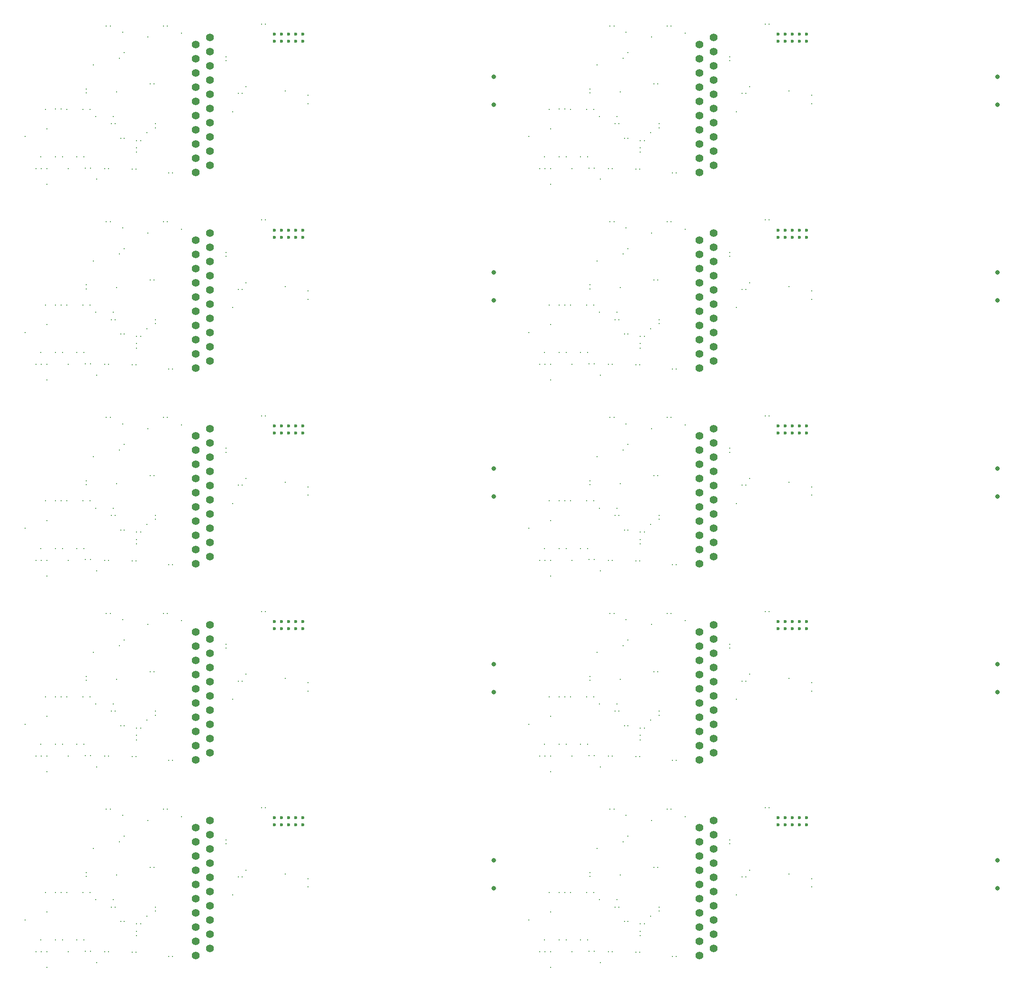
<source format=gbr>
*
%FSLAX26Y26*%
%MOIN*%
%ADD10C,0.011811*%
%ADD11C,0.023622*%
%ADD12C,0.031496*%
%ADD13C,0.055118*%
%IPPOS*%
%LNpth.gbr*%
%LPD*%
G75*
G54D10*
X02314961Y01141731D03*
X01118111Y00909441D03*
X01090551D03*
X01484261Y01598421D03*
X01456701D03*
X01055121D03*
X01082681D03*
X01401581Y00909441D03*
Y00881881D03*
X01267721Y00740151D03*
Y00708661D03*
Y00791331D03*
X01295281D03*
X01984261Y01122041D03*
X02011811D03*
X01519691Y00562991D03*
X01492131D03*
X02145671Y01610231D03*
X02173231D03*
X01362211Y01188971D03*
X01389771D03*
X01897641Y01381881D03*
Y01354331D03*
X00913391Y01153541D03*
Y01125981D03*
X01236221Y00590551D03*
X01263781D03*
X01043311Y00594481D03*
X01070871D03*
X01581891Y01546451D03*
X01168511Y01554331D03*
X01157481Y00807081D03*
X01181111D03*
X00988191Y00518701D03*
X00484261Y00818891D03*
X00594491Y00677161D03*
X00637801Y00874011D03*
X01346461Y01519681D03*
X01125991Y01133851D03*
X00964571Y01322831D03*
X02035441Y01169291D03*
X01181111Y01409441D03*
X00845481Y00677161D03*
X01145671Y01370071D03*
X00895671Y00677161D03*
X00889771Y01011811D03*
X00905521Y00598421D03*
X00695481Y00677551D03*
X00775591Y01011811D03*
X00787411Y00594481D03*
X00737601Y01012401D03*
X00637801Y00594481D03*
X00625991Y01011811D03*
X01102371Y00960621D03*
X00980321D03*
X00559061Y00594481D03*
X02472441Y01051181D03*
X00695481Y01012201D03*
X00598431Y00594481D03*
X02472441Y01110231D03*
X00940951Y01011811D03*
X00944891Y00598421D03*
X01341541Y00846451D03*
X01942921Y00994091D03*
X00637801Y00484251D03*
X00745481Y00677751D03*
G54D11*
X02236621Y01539171D03*
Y01489171D03*
X02286621Y01539171D03*
Y01489171D03*
X02336621Y01539171D03*
Y01489171D03*
X02386621Y01539171D03*
Y01489171D03*
X02436621Y01539171D03*
Y01489171D03*
G54D12*
X03779531Y01043301D03*
Y01240151D03*
G54D13*
X01782291Y01518301D03*
X01682291Y01468301D03*
X01782291Y01418301D03*
X01682291Y01368301D03*
X01782291Y01318301D03*
X01682291Y01268301D03*
X01782291Y01218301D03*
X01682291Y01168301D03*
X01782291Y01118301D03*
X01682291Y01068301D03*
X01782291Y01018301D03*
X01682291Y00968301D03*
X01782291Y00918301D03*
X01682291Y00868301D03*
X01782291Y00818301D03*
X01682291Y00768301D03*
X01782291Y00718301D03*
X01682291Y00668301D03*
X01782291Y00618301D03*
X01682291Y00568301D03*
G54D10*
X02314961Y02519684D03*
X01118111Y02287394D03*
X01090551D03*
X01484261Y02976374D03*
X01456701D03*
X01055121D03*
X01082681D03*
X01401581Y02287394D03*
Y02259834D03*
X01267721Y02118104D03*
Y02086614D03*
Y02169284D03*
X01295281D03*
X01984261Y02499994D03*
X02011811D03*
X01519691Y01940944D03*
X01492131D03*
X02145671Y02988184D03*
X02173231D03*
X01362211Y02566924D03*
X01389771D03*
X01897641Y02759834D03*
Y02732284D03*
X00913391Y02531494D03*
Y02503934D03*
X01236221Y01968504D03*
X01263781D03*
X01043311Y01972434D03*
X01070871D03*
X01581891Y02924404D03*
X01168511Y02932284D03*
X01157481Y02185034D03*
X01181111D03*
X00988191Y01896654D03*
X00484261Y02196844D03*
X00594491Y02055114D03*
X00637801Y02251964D03*
X01346461Y02897634D03*
X01125991Y02511804D03*
X00964571Y02700784D03*
X02035441Y02547244D03*
X01181111Y02787394D03*
X00845481Y02055114D03*
X01145671Y02748024D03*
X00895671Y02055114D03*
X00889771Y02389764D03*
X00905521Y01976374D03*
X00695481Y02055504D03*
X00775591Y02389764D03*
X00787411Y01972434D03*
X00737601Y02390354D03*
X00637801Y01972434D03*
X00625991Y02389764D03*
X01102371Y02338574D03*
X00980321D03*
X00559061Y01972434D03*
X02472441Y02429134D03*
X00695481Y02390154D03*
X00598431Y01972434D03*
X02472441Y02488184D03*
X00940951Y02389764D03*
X00944891Y01976374D03*
X01341541Y02224404D03*
X01942921Y02372044D03*
X00637801Y01862204D03*
X00745481Y02055704D03*
G54D11*
X02236621Y02917124D03*
Y02867124D03*
X02286621Y02917124D03*
Y02867124D03*
X02336621Y02917124D03*
Y02867124D03*
X02386621Y02917124D03*
Y02867124D03*
X02436621Y02917124D03*
Y02867124D03*
G54D12*
X03779531Y02421254D03*
Y02618104D03*
G54D13*
X01782291Y02896254D03*
X01682291Y02846254D03*
X01782291Y02796254D03*
X01682291Y02746254D03*
X01782291Y02696254D03*
X01682291Y02646254D03*
X01782291Y02596254D03*
X01682291Y02546254D03*
X01782291Y02496254D03*
X01682291Y02446254D03*
X01782291Y02396254D03*
X01682291Y02346254D03*
X01782291Y02296254D03*
X01682291Y02246254D03*
X01782291Y02196254D03*
X01682291Y02146254D03*
X01782291Y02096254D03*
X01682291Y02046254D03*
X01782291Y01996254D03*
X01682291Y01946254D03*
G54D10*
X02314961Y03897636D03*
X01118111Y03665346D03*
X01090551D03*
X01484261Y04354326D03*
X01456701D03*
X01055121D03*
X01082681D03*
X01401581Y03665346D03*
Y03637786D03*
X01267721Y03496056D03*
Y03464566D03*
Y03547236D03*
X01295281D03*
X01984261Y03877946D03*
X02011811D03*
X01519691Y03318896D03*
X01492131D03*
X02145671Y04366136D03*
X02173231D03*
X01362211Y03944876D03*
X01389771D03*
X01897641Y04137786D03*
Y04110236D03*
X00913391Y03909446D03*
Y03881886D03*
X01236221Y03346456D03*
X01263781D03*
X01043311Y03350386D03*
X01070871D03*
X01581891Y04302356D03*
X01168511Y04310236D03*
X01157481Y03562986D03*
X01181111D03*
X00988191Y03274606D03*
X00484261Y03574796D03*
X00594491Y03433066D03*
X00637801Y03629916D03*
X01346461Y04275586D03*
X01125991Y03889756D03*
X00964571Y04078736D03*
X02035441Y03925196D03*
X01181111Y04165346D03*
X00845481Y03433066D03*
X01145671Y04125976D03*
X00895671Y03433066D03*
X00889771Y03767716D03*
X00905521Y03354326D03*
X00695481Y03433456D03*
X00775591Y03767716D03*
X00787411Y03350386D03*
X00737601Y03768306D03*
X00637801Y03350386D03*
X00625991Y03767716D03*
X01102371Y03716526D03*
X00980321D03*
X00559061Y03350386D03*
X02472441Y03807086D03*
X00695481Y03768106D03*
X00598431Y03350386D03*
X02472441Y03866136D03*
X00940951Y03767716D03*
X00944891Y03354326D03*
X01341541Y03602356D03*
X01942921Y03749996D03*
X00637801Y03240156D03*
X00745481Y03433656D03*
G54D11*
X02236621Y04295076D03*
Y04245076D03*
X02286621Y04295076D03*
Y04245076D03*
X02336621Y04295076D03*
Y04245076D03*
X02386621Y04295076D03*
Y04245076D03*
X02436621Y04295076D03*
Y04245076D03*
G54D12*
X03779531Y03799206D03*
Y03996056D03*
G54D13*
X01782291Y04274206D03*
X01682291Y04224206D03*
X01782291Y04174206D03*
X01682291Y04124206D03*
X01782291Y04074206D03*
X01682291Y04024206D03*
X01782291Y03974206D03*
X01682291Y03924206D03*
X01782291Y03874206D03*
X01682291Y03824206D03*
X01782291Y03774206D03*
X01682291Y03724206D03*
X01782291Y03674206D03*
X01682291Y03624206D03*
X01782291Y03574206D03*
X01682291Y03524206D03*
X01782291Y03474206D03*
X01682291Y03424206D03*
X01782291Y03374206D03*
X01682291Y03324206D03*
G54D10*
X02314961Y05275589D03*
X01118111Y05043299D03*
X01090551D03*
X01484261Y05732279D03*
X01456701D03*
X01055121D03*
X01082681D03*
X01401581Y05043299D03*
Y05015739D03*
X01267721Y04874009D03*
Y04842519D03*
Y04925189D03*
X01295281D03*
X01984261Y05255899D03*
X02011811D03*
X01519691Y04696849D03*
X01492131D03*
X02145671Y05744089D03*
X02173231D03*
X01362211Y05322829D03*
X01389771D03*
X01897641Y05515739D03*
Y05488189D03*
X00913391Y05287399D03*
Y05259839D03*
X01236221Y04724409D03*
X01263781D03*
X01043311Y04728339D03*
X01070871D03*
X01581891Y05680309D03*
X01168511Y05688189D03*
X01157481Y04940939D03*
X01181111D03*
X00988191Y04652559D03*
X00484261Y04952749D03*
X00594491Y04811019D03*
X00637801Y05007869D03*
X01346461Y05653539D03*
X01125991Y05267709D03*
X00964571Y05456689D03*
X02035441Y05303149D03*
X01181111Y05543299D03*
X00845481Y04811019D03*
X01145671Y05503929D03*
X00895671Y04811019D03*
X00889771Y05145669D03*
X00905521Y04732279D03*
X00695481Y04811409D03*
X00775591Y05145669D03*
X00787411Y04728339D03*
X00737601Y05146259D03*
X00637801Y04728339D03*
X00625991Y05145669D03*
X01102371Y05094479D03*
X00980321D03*
X00559061Y04728339D03*
X02472441Y05185039D03*
X00695481Y05146059D03*
X00598431Y04728339D03*
X02472441Y05244089D03*
X00940951Y05145669D03*
X00944891Y04732279D03*
X01341541Y04980309D03*
X01942921Y05127949D03*
X00637801Y04618109D03*
X00745481Y04811609D03*
G54D11*
X02236621Y05673029D03*
Y05623029D03*
X02286621Y05673029D03*
Y05623029D03*
X02336621Y05673029D03*
Y05623029D03*
X02386621Y05673029D03*
Y05623029D03*
X02436621Y05673029D03*
Y05623029D03*
G54D12*
X03779531Y05177159D03*
Y05374009D03*
G54D13*
X01782291Y05652159D03*
X01682291Y05602159D03*
X01782291Y05552159D03*
X01682291Y05502159D03*
X01782291Y05452159D03*
X01682291Y05402159D03*
X01782291Y05352159D03*
X01682291Y05302159D03*
X01782291Y05252159D03*
X01682291Y05202159D03*
X01782291Y05152159D03*
X01682291Y05102159D03*
X01782291Y05052159D03*
X01682291Y05002159D03*
X01782291Y04952159D03*
X01682291Y04902159D03*
X01782291Y04852159D03*
X01682291Y04802159D03*
X01782291Y04752159D03*
X01682291Y04702159D03*
G54D10*
X02314961Y06653542D03*
X01118111Y06421252D03*
X01090551D03*
X01484261Y07110232D03*
X01456701D03*
X01055121D03*
X01082681D03*
X01401581Y06421252D03*
Y06393692D03*
X01267721Y06251962D03*
Y06220472D03*
Y06303142D03*
X01295281D03*
X01984261Y06633852D03*
X02011811D03*
X01519691Y06074802D03*
X01492131D03*
X02145671Y07122042D03*
X02173231D03*
X01362211Y06700782D03*
X01389771D03*
X01897641Y06893692D03*
Y06866142D03*
X00913391Y06665352D03*
Y06637792D03*
X01236221Y06102362D03*
X01263781D03*
X01043311Y06106292D03*
X01070871D03*
X01581891Y07058262D03*
X01168511Y07066142D03*
X01157481Y06318892D03*
X01181111D03*
X00988191Y06030512D03*
X00484261Y06330702D03*
X00594491Y06188972D03*
X00637801Y06385822D03*
X01346461Y07031492D03*
X01125991Y06645662D03*
X00964571Y06834642D03*
X02035441Y06681102D03*
X01181111Y06921252D03*
X00845481Y06188972D03*
X01145671Y06881882D03*
X00895671Y06188972D03*
X00889771Y06523622D03*
X00905521Y06110232D03*
X00695481Y06189362D03*
X00775591Y06523622D03*
X00787411Y06106292D03*
X00737601Y06524212D03*
X00637801Y06106292D03*
X00625991Y06523622D03*
X01102371Y06472432D03*
X00980321D03*
X00559061Y06106292D03*
X02472441Y06562992D03*
X00695481Y06524012D03*
X00598431Y06106292D03*
X02472441Y06622042D03*
X00940951Y06523622D03*
X00944891Y06110232D03*
X01341541Y06358262D03*
X01942921Y06505902D03*
X00637801Y05996062D03*
X00745481Y06189562D03*
G54D11*
X02236621Y07050982D03*
Y07000982D03*
X02286621Y07050982D03*
Y07000982D03*
X02336621Y07050982D03*
Y07000982D03*
X02386621Y07050982D03*
Y07000982D03*
X02436621Y07050982D03*
Y07000982D03*
G54D12*
X03779531Y06555112D03*
Y06751962D03*
G54D13*
X01782291Y07030112D03*
X01682291Y06980112D03*
X01782291Y06930112D03*
X01682291Y06880112D03*
X01782291Y06830112D03*
X01682291Y06780112D03*
X01782291Y06730112D03*
X01682291Y06680112D03*
X01782291Y06630112D03*
X01682291Y06580112D03*
X01782291Y06530112D03*
X01682291Y06480112D03*
X01782291Y06430112D03*
X01682291Y06380112D03*
X01782291Y06330112D03*
X01682291Y06280112D03*
X01782291Y06230112D03*
X01682291Y06180112D03*
X01782291Y06130112D03*
X01682291Y06080112D03*
G54D10*
X05858268Y01141731D03*
X04661418Y00909441D03*
X04633858D03*
X05027568Y01598421D03*
X05000008D03*
X04598428D03*
X04625988D03*
X04944888Y00909441D03*
Y00881881D03*
X04811028Y00740151D03*
Y00708661D03*
Y00791331D03*
X04838588D03*
X05527568Y01122041D03*
X05555118D03*
X05062998Y00562991D03*
X05035438D03*
X05688978Y01610231D03*
X05716538D03*
X04905518Y01188971D03*
X04933078D03*
X05440948Y01381881D03*
Y01354331D03*
X04456698Y01153541D03*
Y01125981D03*
X04779528Y00590551D03*
X04807088D03*
X04586618Y00594481D03*
X04614178D03*
X05125198Y01546451D03*
X04711818Y01554331D03*
X04700788Y00807081D03*
X04724418D03*
X04531498Y00518701D03*
X04027568Y00818891D03*
X04137798Y00677161D03*
X04181108Y00874011D03*
X04889768Y01519681D03*
X04669298Y01133851D03*
X04507878Y01322831D03*
X05578748Y01169291D03*
X04724418Y01409441D03*
X04388788Y00677161D03*
X04688978Y01370071D03*
X04438978Y00677161D03*
X04433078Y01011811D03*
X04448828Y00598421D03*
X04238788Y00677551D03*
X04318898Y01011811D03*
X04330718Y00594481D03*
X04280908Y01012401D03*
X04181108Y00594481D03*
X04169298Y01011811D03*
X04645678Y00960621D03*
X04523628D03*
X04102368Y00594481D03*
X06015748Y01051181D03*
X04238788Y01012201D03*
X04141738Y00594481D03*
X06015748Y01110231D03*
X04484258Y01011811D03*
X04488198Y00598421D03*
X04884848Y00846451D03*
X05486228Y00994091D03*
X04181108Y00484251D03*
X04288788Y00677751D03*
G54D11*
X05779928Y01539171D03*
Y01489171D03*
X05829928Y01539171D03*
Y01489171D03*
X05879928Y01539171D03*
Y01489171D03*
X05929928Y01539171D03*
Y01489171D03*
X05979928Y01539171D03*
Y01489171D03*
G54D12*
X07322838Y01043301D03*
Y01240151D03*
G54D13*
X05325598Y01518301D03*
X05225598Y01468301D03*
X05325598Y01418301D03*
X05225598Y01368301D03*
X05325598Y01318301D03*
X05225598Y01268301D03*
X05325598Y01218301D03*
X05225598Y01168301D03*
X05325598Y01118301D03*
X05225598Y01068301D03*
X05325598Y01018301D03*
X05225598Y00968301D03*
X05325598Y00918301D03*
X05225598Y00868301D03*
X05325598Y00818301D03*
X05225598Y00768301D03*
X05325598Y00718301D03*
X05225598Y00668301D03*
X05325598Y00618301D03*
X05225598Y00568301D03*
G54D10*
X05858268Y02519684D03*
X04661418Y02287394D03*
X04633858D03*
X05027568Y02976374D03*
X05000008D03*
X04598428D03*
X04625988D03*
X04944888Y02287394D03*
Y02259834D03*
X04811028Y02118104D03*
Y02086614D03*
Y02169284D03*
X04838588D03*
X05527568Y02499994D03*
X05555118D03*
X05062998Y01940944D03*
X05035438D03*
X05688978Y02988184D03*
X05716538D03*
X04905518Y02566924D03*
X04933078D03*
X05440948Y02759834D03*
Y02732284D03*
X04456698Y02531494D03*
Y02503934D03*
X04779528Y01968504D03*
X04807088D03*
X04586618Y01972434D03*
X04614178D03*
X05125198Y02924404D03*
X04711818Y02932284D03*
X04700788Y02185034D03*
X04724418D03*
X04531498Y01896654D03*
X04027568Y02196844D03*
X04137798Y02055114D03*
X04181108Y02251964D03*
X04889768Y02897634D03*
X04669298Y02511804D03*
X04507878Y02700784D03*
X05578748Y02547244D03*
X04724418Y02787394D03*
X04388788Y02055114D03*
X04688978Y02748024D03*
X04438978Y02055114D03*
X04433078Y02389764D03*
X04448828Y01976374D03*
X04238788Y02055504D03*
X04318898Y02389764D03*
X04330718Y01972434D03*
X04280908Y02390354D03*
X04181108Y01972434D03*
X04169298Y02389764D03*
X04645678Y02338574D03*
X04523628D03*
X04102368Y01972434D03*
X06015748Y02429134D03*
X04238788Y02390154D03*
X04141738Y01972434D03*
X06015748Y02488184D03*
X04484258Y02389764D03*
X04488198Y01976374D03*
X04884848Y02224404D03*
X05486228Y02372044D03*
X04181108Y01862204D03*
X04288788Y02055704D03*
G54D11*
X05779928Y02917124D03*
Y02867124D03*
X05829928Y02917124D03*
Y02867124D03*
X05879928Y02917124D03*
Y02867124D03*
X05929928Y02917124D03*
Y02867124D03*
X05979928Y02917124D03*
Y02867124D03*
G54D12*
X07322838Y02421254D03*
Y02618104D03*
G54D13*
X05325598Y02896254D03*
X05225598Y02846254D03*
X05325598Y02796254D03*
X05225598Y02746254D03*
X05325598Y02696254D03*
X05225598Y02646254D03*
X05325598Y02596254D03*
X05225598Y02546254D03*
X05325598Y02496254D03*
X05225598Y02446254D03*
X05325598Y02396254D03*
X05225598Y02346254D03*
X05325598Y02296254D03*
X05225598Y02246254D03*
X05325598Y02196254D03*
X05225598Y02146254D03*
X05325598Y02096254D03*
X05225598Y02046254D03*
X05325598Y01996254D03*
X05225598Y01946254D03*
G54D10*
X05858268Y03897636D03*
X04661418Y03665346D03*
X04633858D03*
X05027568Y04354326D03*
X05000008D03*
X04598428D03*
X04625988D03*
X04944888Y03665346D03*
Y03637786D03*
X04811028Y03496056D03*
Y03464566D03*
Y03547236D03*
X04838588D03*
X05527568Y03877946D03*
X05555118D03*
X05062998Y03318896D03*
X05035438D03*
X05688978Y04366136D03*
X05716538D03*
X04905518Y03944876D03*
X04933078D03*
X05440948Y04137786D03*
Y04110236D03*
X04456698Y03909446D03*
Y03881886D03*
X04779528Y03346456D03*
X04807088D03*
X04586618Y03350386D03*
X04614178D03*
X05125198Y04302356D03*
X04711818Y04310236D03*
X04700788Y03562986D03*
X04724418D03*
X04531498Y03274606D03*
X04027568Y03574796D03*
X04137798Y03433066D03*
X04181108Y03629916D03*
X04889768Y04275586D03*
X04669298Y03889756D03*
X04507878Y04078736D03*
X05578748Y03925196D03*
X04724418Y04165346D03*
X04388788Y03433066D03*
X04688978Y04125976D03*
X04438978Y03433066D03*
X04433078Y03767716D03*
X04448828Y03354326D03*
X04238788Y03433456D03*
X04318898Y03767716D03*
X04330718Y03350386D03*
X04280908Y03768306D03*
X04181108Y03350386D03*
X04169298Y03767716D03*
X04645678Y03716526D03*
X04523628D03*
X04102368Y03350386D03*
X06015748Y03807086D03*
X04238788Y03768106D03*
X04141738Y03350386D03*
X06015748Y03866136D03*
X04484258Y03767716D03*
X04488198Y03354326D03*
X04884848Y03602356D03*
X05486228Y03749996D03*
X04181108Y03240156D03*
X04288788Y03433656D03*
G54D11*
X05779928Y04295076D03*
Y04245076D03*
X05829928Y04295076D03*
Y04245076D03*
X05879928Y04295076D03*
Y04245076D03*
X05929928Y04295076D03*
Y04245076D03*
X05979928Y04295076D03*
Y04245076D03*
G54D12*
X07322838Y03799206D03*
Y03996056D03*
G54D13*
X05325598Y04274206D03*
X05225598Y04224206D03*
X05325598Y04174206D03*
X05225598Y04124206D03*
X05325598Y04074206D03*
X05225598Y04024206D03*
X05325598Y03974206D03*
X05225598Y03924206D03*
X05325598Y03874206D03*
X05225598Y03824206D03*
X05325598Y03774206D03*
X05225598Y03724206D03*
X05325598Y03674206D03*
X05225598Y03624206D03*
X05325598Y03574206D03*
X05225598Y03524206D03*
X05325598Y03474206D03*
X05225598Y03424206D03*
X05325598Y03374206D03*
X05225598Y03324206D03*
G54D10*
X05858268Y05275589D03*
X04661418Y05043299D03*
X04633858D03*
X05027568Y05732279D03*
X05000008D03*
X04598428D03*
X04625988D03*
X04944888Y05043299D03*
Y05015739D03*
X04811028Y04874009D03*
Y04842519D03*
Y04925189D03*
X04838588D03*
X05527568Y05255899D03*
X05555118D03*
X05062998Y04696849D03*
X05035438D03*
X05688978Y05744089D03*
X05716538D03*
X04905518Y05322829D03*
X04933078D03*
X05440948Y05515739D03*
Y05488189D03*
X04456698Y05287399D03*
Y05259839D03*
X04779528Y04724409D03*
X04807088D03*
X04586618Y04728339D03*
X04614178D03*
X05125198Y05680309D03*
X04711818Y05688189D03*
X04700788Y04940939D03*
X04724418D03*
X04531498Y04652559D03*
X04027568Y04952749D03*
X04137798Y04811019D03*
X04181108Y05007869D03*
X04889768Y05653539D03*
X04669298Y05267709D03*
X04507878Y05456689D03*
X05578748Y05303149D03*
X04724418Y05543299D03*
X04388788Y04811019D03*
X04688978Y05503929D03*
X04438978Y04811019D03*
X04433078Y05145669D03*
X04448828Y04732279D03*
X04238788Y04811409D03*
X04318898Y05145669D03*
X04330718Y04728339D03*
X04280908Y05146259D03*
X04181108Y04728339D03*
X04169298Y05145669D03*
X04645678Y05094479D03*
X04523628D03*
X04102368Y04728339D03*
X06015748Y05185039D03*
X04238788Y05146059D03*
X04141738Y04728339D03*
X06015748Y05244089D03*
X04484258Y05145669D03*
X04488198Y04732279D03*
X04884848Y04980309D03*
X05486228Y05127949D03*
X04181108Y04618109D03*
X04288788Y04811609D03*
G54D11*
X05779928Y05673029D03*
Y05623029D03*
X05829928Y05673029D03*
Y05623029D03*
X05879928Y05673029D03*
Y05623029D03*
X05929928Y05673029D03*
Y05623029D03*
X05979928Y05673029D03*
Y05623029D03*
G54D12*
X07322838Y05177159D03*
Y05374009D03*
G54D13*
X05325598Y05652159D03*
X05225598Y05602159D03*
X05325598Y05552159D03*
X05225598Y05502159D03*
X05325598Y05452159D03*
X05225598Y05402159D03*
X05325598Y05352159D03*
X05225598Y05302159D03*
X05325598Y05252159D03*
X05225598Y05202159D03*
X05325598Y05152159D03*
X05225598Y05102159D03*
X05325598Y05052159D03*
X05225598Y05002159D03*
X05325598Y04952159D03*
X05225598Y04902159D03*
X05325598Y04852159D03*
X05225598Y04802159D03*
X05325598Y04752159D03*
X05225598Y04702159D03*
G54D10*
X05858268Y06653542D03*
X04661418Y06421252D03*
X04633858D03*
X05027568Y07110232D03*
X05000008D03*
X04598428D03*
X04625988D03*
X04944888Y06421252D03*
Y06393692D03*
X04811028Y06251962D03*
Y06220472D03*
Y06303142D03*
X04838588D03*
X05527568Y06633852D03*
X05555118D03*
X05062998Y06074802D03*
X05035438D03*
X05688978Y07122042D03*
X05716538D03*
X04905518Y06700782D03*
X04933078D03*
X05440948Y06893692D03*
Y06866142D03*
X04456698Y06665352D03*
Y06637792D03*
X04779528Y06102362D03*
X04807088D03*
X04586618Y06106292D03*
X04614178D03*
X05125198Y07058262D03*
X04711818Y07066142D03*
X04700788Y06318892D03*
X04724418D03*
X04531498Y06030512D03*
X04027568Y06330702D03*
X04137798Y06188972D03*
X04181108Y06385822D03*
X04889768Y07031492D03*
X04669298Y06645662D03*
X04507878Y06834642D03*
X05578748Y06681102D03*
X04724418Y06921252D03*
X04388788Y06188972D03*
X04688978Y06881882D03*
X04438978Y06188972D03*
X04433078Y06523622D03*
X04448828Y06110232D03*
X04238788Y06189362D03*
X04318898Y06523622D03*
X04330718Y06106292D03*
X04280908Y06524212D03*
X04181108Y06106292D03*
X04169298Y06523622D03*
X04645678Y06472432D03*
X04523628D03*
X04102368Y06106292D03*
X06015748Y06562992D03*
X04238788Y06524012D03*
X04141738Y06106292D03*
X06015748Y06622042D03*
X04484258Y06523622D03*
X04488198Y06110232D03*
X04884848Y06358262D03*
X05486228Y06505902D03*
X04181108Y05996062D03*
X04288788Y06189562D03*
G54D11*
X05779928Y07050982D03*
Y07000982D03*
X05829928Y07050982D03*
Y07000982D03*
X05879928Y07050982D03*
Y07000982D03*
X05929928Y07050982D03*
Y07000982D03*
X05979928Y07050982D03*
Y07000982D03*
G54D12*
X07322838Y06555112D03*
Y06751962D03*
G54D13*
X05325598Y07030112D03*
X05225598Y06980112D03*
X05325598Y06930112D03*
X05225598Y06880112D03*
X05325598Y06830112D03*
X05225598Y06780112D03*
X05325598Y06730112D03*
X05225598Y06680112D03*
X05325598Y06630112D03*
X05225598Y06580112D03*
X05325598Y06530112D03*
X05225598Y06480112D03*
X05325598Y06430112D03*
X05225598Y06380112D03*
X05325598Y06330112D03*
X05225598Y06280112D03*
X05325598Y06230112D03*
X05225598Y06180112D03*
X05325598Y06130112D03*
X05225598Y06080112D03*
M02*

</source>
